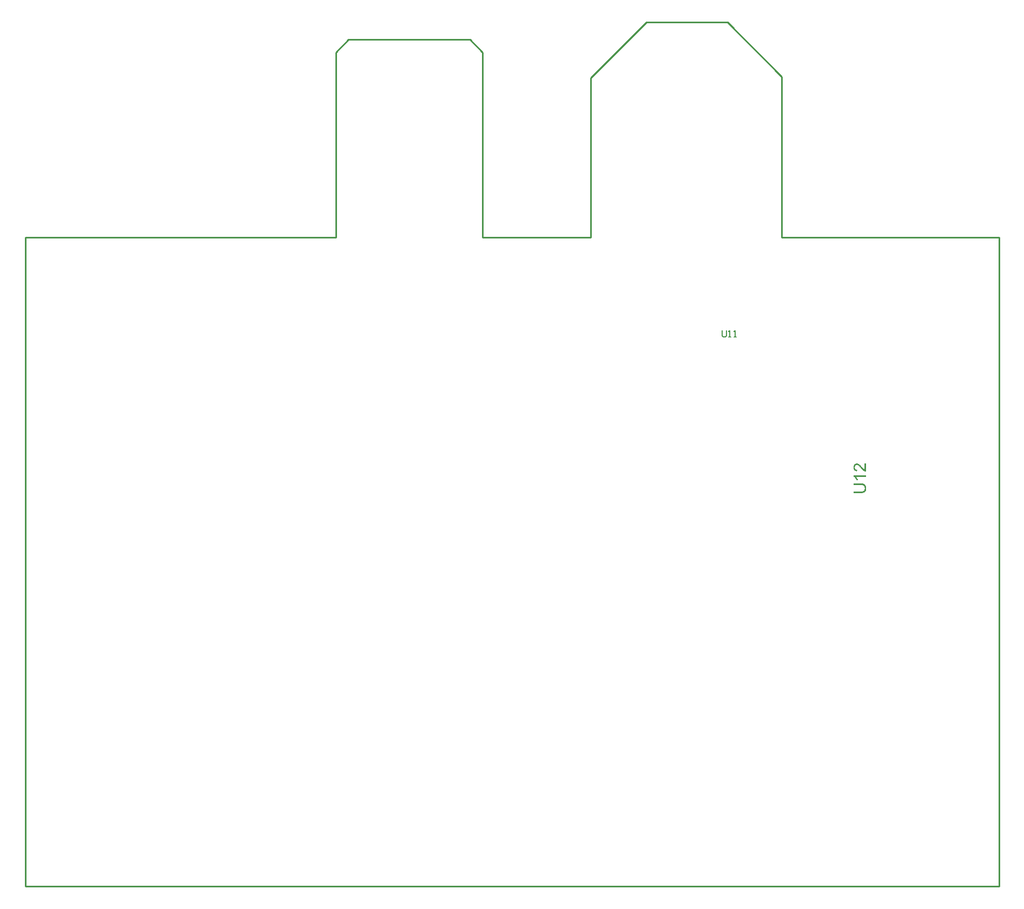
<source format=gm1>
G04*
G04 #@! TF.GenerationSoftware,Altium Limited,Altium Designer,20.0.13 (296)*
G04*
G04 Layer_Color=16711935*
%FSLAX25Y25*%
%MOIN*%
G70*
G01*
G75*
%ADD13C,0.01000*%
%ADD51C,0.00700*%
G36*
X618110Y355718D02*
X618105D01*
X618094D01*
X618077D01*
X618055D01*
X618021D01*
X617988Y355723D01*
X617899Y355729D01*
X617805Y355740D01*
X617694Y355756D01*
X617577Y355784D01*
X617461Y355823D01*
X617455D01*
X617439Y355834D01*
X617411Y355845D01*
X617372Y355862D01*
X617322Y355878D01*
X617267Y355906D01*
X617206Y355940D01*
X617139Y355973D01*
X617061Y356012D01*
X616984Y356062D01*
X616812Y356167D01*
X616628Y356295D01*
X616440Y356445D01*
X616434Y356450D01*
X616418Y356467D01*
X616390Y356489D01*
X616351Y356522D01*
X616301Y356567D01*
X616245Y356622D01*
X616179Y356683D01*
X616107Y356761D01*
X616023Y356844D01*
X615935Y356933D01*
X615840Y357033D01*
X615735Y357144D01*
X615629Y357266D01*
X615518Y357394D01*
X615402Y357532D01*
X615280Y357677D01*
X615274Y357682D01*
X615269Y357693D01*
X615252Y357710D01*
X615235Y357732D01*
X615208Y357760D01*
X615180Y357793D01*
X615108Y357876D01*
X615024Y357982D01*
X614919Y358093D01*
X614808Y358221D01*
X614686Y358354D01*
X614558Y358498D01*
X614425Y358637D01*
X614292Y358781D01*
X614153Y358914D01*
X614020Y359048D01*
X613892Y359164D01*
X613765Y359275D01*
X613648Y359364D01*
X613643Y359369D01*
X613620Y359381D01*
X613587Y359403D01*
X613548Y359436D01*
X613493Y359469D01*
X613432Y359503D01*
X613359Y359547D01*
X613282Y359586D01*
X613199Y359625D01*
X613110Y359669D01*
X612915Y359741D01*
X612816Y359769D01*
X612716Y359791D01*
X612616Y359802D01*
X612516Y359808D01*
X612510D01*
X612488D01*
X612460D01*
X612422Y359802D01*
X612371Y359797D01*
X612316Y359786D01*
X612255Y359775D01*
X612188Y359758D01*
X612116Y359736D01*
X612039Y359708D01*
X611961Y359675D01*
X611883Y359636D01*
X611800Y359592D01*
X611722Y359536D01*
X611645Y359475D01*
X611572Y359403D01*
X611567Y359397D01*
X611556Y359386D01*
X611539Y359364D01*
X611511Y359331D01*
X611483Y359292D01*
X611450Y359242D01*
X611411Y359186D01*
X611378Y359125D01*
X611339Y359053D01*
X611306Y358975D01*
X611273Y358887D01*
X611245Y358798D01*
X611217Y358698D01*
X611201Y358593D01*
X611189Y358482D01*
X611184Y358365D01*
Y358298D01*
X611189Y358254D01*
X611195Y358193D01*
X611206Y358126D01*
X611217Y358054D01*
X611234Y357971D01*
X611256Y357888D01*
X611284Y357799D01*
X611317Y357710D01*
X611356Y357616D01*
X611406Y357527D01*
X611461Y357438D01*
X611522Y357349D01*
X611594Y357272D01*
X611600Y357266D01*
X611611Y357255D01*
X611639Y357233D01*
X611667Y357210D01*
X611711Y357177D01*
X611761Y357144D01*
X611822Y357105D01*
X611889Y357072D01*
X611961Y357033D01*
X612050Y356994D01*
X612138Y356961D01*
X612238Y356927D01*
X612349Y356905D01*
X612466Y356883D01*
X612588Y356872D01*
X612721Y356866D01*
X612621Y355895D01*
X612616D01*
X612610D01*
X612594Y355901D01*
X612571D01*
X612516Y355906D01*
X612444Y355923D01*
X612355Y355940D01*
X612249Y355962D01*
X612133Y355990D01*
X612011Y356023D01*
X611878Y356067D01*
X611744Y356117D01*
X611606Y356178D01*
X611467Y356250D01*
X611334Y356328D01*
X611206Y356422D01*
X611084Y356522D01*
X610973Y356639D01*
X610967Y356644D01*
X610951Y356667D01*
X610917Y356705D01*
X610884Y356755D01*
X610840Y356822D01*
X610790Y356900D01*
X610740Y356994D01*
X610684Y357100D01*
X610634Y357222D01*
X610584Y357349D01*
X610534Y357494D01*
X610490Y357649D01*
X610451Y357816D01*
X610424Y357993D01*
X610407Y358182D01*
X610401Y358382D01*
Y358432D01*
X610407Y358487D01*
X610412Y358565D01*
X610418Y358659D01*
X610435Y358765D01*
X610451Y358887D01*
X610479Y359014D01*
X610512Y359153D01*
X610551Y359292D01*
X610601Y359442D01*
X610662Y359586D01*
X610734Y359730D01*
X610812Y359869D01*
X610906Y360002D01*
X611017Y360130D01*
X611023Y360135D01*
X611045Y360158D01*
X611078Y360191D01*
X611128Y360230D01*
X611184Y360280D01*
X611256Y360335D01*
X611339Y360396D01*
X611434Y360457D01*
X611539Y360513D01*
X611656Y360574D01*
X611783Y360629D01*
X611916Y360679D01*
X612061Y360718D01*
X612211Y360751D01*
X612371Y360774D01*
X612538Y360779D01*
X612544D01*
X612560D01*
X612582D01*
X612616D01*
X612660Y360774D01*
X612705Y360768D01*
X612760Y360763D01*
X612821Y360757D01*
X612960Y360735D01*
X613115Y360701D01*
X613276Y360651D01*
X613443Y360591D01*
X613448D01*
X613465Y360579D01*
X613487Y360568D01*
X613520Y360552D01*
X613559Y360535D01*
X613609Y360507D01*
X613665Y360479D01*
X613726Y360441D01*
X613792Y360402D01*
X613865Y360357D01*
X614025Y360246D01*
X614109Y360185D01*
X614197Y360119D01*
X614286Y360041D01*
X614381Y359963D01*
X614386Y359958D01*
X614403Y359941D01*
X614431Y359919D01*
X614469Y359880D01*
X614519Y359830D01*
X614580Y359769D01*
X614653Y359702D01*
X614736Y359619D01*
X614825Y359525D01*
X614924Y359414D01*
X615035Y359297D01*
X615158Y359164D01*
X615285Y359020D01*
X615424Y358864D01*
X615574Y358692D01*
X615729Y358509D01*
X615735Y358498D01*
X615763Y358470D01*
X615796Y358432D01*
X615846Y358376D01*
X615901Y358304D01*
X615968Y358232D01*
X616040Y358149D01*
X616118Y358060D01*
X616279Y357871D01*
X616362Y357782D01*
X616440Y357693D01*
X616517Y357610D01*
X616584Y357538D01*
X616645Y357471D01*
X616701Y357421D01*
X616712Y357410D01*
X616745Y357383D01*
X616795Y357338D01*
X616856Y357283D01*
X616934Y357222D01*
X617017Y357155D01*
X617111Y357088D01*
X617206Y357027D01*
Y360790D01*
X618110D01*
Y355718D01*
D02*
G37*
G36*
Y352476D02*
X612105D01*
X612111Y352471D01*
X612122Y352460D01*
X612138Y352443D01*
X612161Y352415D01*
X612188Y352382D01*
X612227Y352338D01*
X612266Y352288D01*
X612311Y352238D01*
X612355Y352171D01*
X612410Y352104D01*
X612460Y352032D01*
X612521Y351955D01*
X612577Y351866D01*
X612638Y351777D01*
X612760Y351577D01*
X612766Y351572D01*
X612777Y351555D01*
X612793Y351522D01*
X612810Y351483D01*
X612838Y351438D01*
X612871Y351383D01*
X612904Y351316D01*
X612943Y351250D01*
X613021Y351094D01*
X613099Y350928D01*
X613176Y350756D01*
X613243Y350589D01*
X612333D01*
X612327Y350601D01*
X612316Y350623D01*
X612294Y350667D01*
X612266Y350723D01*
X612233Y350789D01*
X612188Y350872D01*
X612138Y350961D01*
X612083Y351056D01*
X612016Y351161D01*
X611950Y351272D01*
X611794Y351505D01*
X611622Y351744D01*
X611434Y351971D01*
X611428Y351977D01*
X611411Y351999D01*
X611384Y352027D01*
X611345Y352066D01*
X611295Y352116D01*
X611239Y352171D01*
X611173Y352232D01*
X611106Y352299D01*
X611028Y352365D01*
X610945Y352437D01*
X610773Y352576D01*
X610590Y352704D01*
X610496Y352759D01*
X610401Y352809D01*
Y353420D01*
X618110D01*
Y352476D01*
D02*
G37*
G36*
X615058Y348552D02*
X615158D01*
X615269Y348547D01*
X615396Y348536D01*
X615529Y348525D01*
X615674Y348508D01*
X615824Y348492D01*
X616129Y348447D01*
X616284Y348414D01*
X616429Y348380D01*
X616573Y348336D01*
X616706Y348292D01*
X616712Y348286D01*
X616734Y348281D01*
X616773Y348264D01*
X616817Y348242D01*
X616878Y348208D01*
X616945Y348175D01*
X617017Y348131D01*
X617100Y348075D01*
X617189Y348014D01*
X617278Y347948D01*
X617367Y347870D01*
X617461Y347781D01*
X617555Y347687D01*
X617644Y347587D01*
X617733Y347470D01*
X617816Y347348D01*
X617822Y347343D01*
X617833Y347315D01*
X617855Y347276D01*
X617883Y347226D01*
X617916Y347154D01*
X617949Y347076D01*
X617988Y346976D01*
X618027Y346871D01*
X618066Y346743D01*
X618105Y346610D01*
X618138Y346466D01*
X618171Y346305D01*
X618199Y346133D01*
X618221Y345950D01*
X618232Y345761D01*
X618238Y345555D01*
Y345450D01*
X618232Y345378D01*
X618227Y345284D01*
X618216Y345178D01*
X618205Y345056D01*
X618193Y344928D01*
X618171Y344790D01*
X618149Y344645D01*
X618116Y344501D01*
X618083Y344351D01*
X618038Y344207D01*
X617988Y344057D01*
X617933Y343918D01*
X617866Y343785D01*
X617861Y343779D01*
X617849Y343757D01*
X617827Y343719D01*
X617799Y343674D01*
X617761Y343619D01*
X617711Y343552D01*
X617655Y343485D01*
X617594Y343408D01*
X617522Y343330D01*
X617439Y343247D01*
X617355Y343163D01*
X617255Y343086D01*
X617156Y343008D01*
X617039Y342936D01*
X616923Y342869D01*
X616795Y342808D01*
X616784Y342803D01*
X616762Y342797D01*
X616723Y342780D01*
X616667Y342764D01*
X616595Y342742D01*
X616506Y342720D01*
X616406Y342692D01*
X616290Y342664D01*
X616157Y342636D01*
X616012Y342608D01*
X615857Y342586D01*
X615685Y342564D01*
X615502Y342547D01*
X615302Y342531D01*
X615091Y342525D01*
X614869Y342520D01*
X610429D01*
Y343535D01*
X614863D01*
X614875D01*
X614908D01*
X614958D01*
X615024Y343541D01*
X615108D01*
X615202Y343546D01*
X615308Y343552D01*
X615424Y343558D01*
X615541Y343569D01*
X615663Y343580D01*
X615907Y343613D01*
X616023Y343635D01*
X616140Y343657D01*
X616245Y343685D01*
X616340Y343719D01*
X616345D01*
X616362Y343730D01*
X616384Y343741D01*
X616418Y343757D01*
X616456Y343774D01*
X616501Y343802D01*
X616606Y343868D01*
X616723Y343957D01*
X616784Y344007D01*
X616845Y344068D01*
X616906Y344129D01*
X616961Y344201D01*
X617017Y344273D01*
X617067Y344357D01*
Y344362D01*
X617078Y344379D01*
X617089Y344401D01*
X617106Y344440D01*
X617128Y344484D01*
X617150Y344534D01*
X617172Y344595D01*
X617195Y344668D01*
X617217Y344745D01*
X617239Y344829D01*
X617261Y344917D01*
X617283Y345017D01*
X617300Y345123D01*
X617311Y345234D01*
X617317Y345345D01*
X617322Y345467D01*
Y345517D01*
X617317Y345572D01*
Y345650D01*
X617306Y345744D01*
X617294Y345844D01*
X617278Y345961D01*
X617261Y346088D01*
X617233Y346216D01*
X617200Y346349D01*
X617156Y346482D01*
X617111Y346616D01*
X617050Y346743D01*
X616984Y346860D01*
X616906Y346971D01*
X616817Y347065D01*
X616812Y347071D01*
X616795Y347087D01*
X616762Y347110D01*
X616717Y347137D01*
X616656Y347176D01*
X616578Y347215D01*
X616490Y347259D01*
X616379Y347304D01*
X616257Y347348D01*
X616118Y347393D01*
X615957Y347431D01*
X615779Y347470D01*
X615579Y347498D01*
X615363Y347520D01*
X615124Y347537D01*
X614863Y347542D01*
X610429D01*
Y348558D01*
X614869D01*
X614875D01*
X614880D01*
X614897D01*
X614919D01*
X614947D01*
X614980D01*
X615058Y348552D01*
D02*
G37*
D13*
X100000Y100000D02*
Y500000D01*
Y100000D02*
X700000D01*
Y500000D01*
X566142D02*
X700000D01*
X566142D02*
Y599213D01*
X532677Y632677D02*
X566142Y599213D01*
X482677Y632677D02*
X532677D01*
X448425Y598425D02*
X482677Y632677D01*
X448425Y500000D02*
Y598425D01*
X381890Y500000D02*
X448425D01*
X381890D02*
Y614173D01*
X374016Y622047D02*
X381890Y614173D01*
X299213Y622047D02*
X374016D01*
X291339Y614173D02*
X299213Y622047D01*
X291339Y500000D02*
Y614173D01*
X100000Y500000D02*
X291339D01*
D51*
X529433Y442944D02*
Y439611D01*
X530099Y438945D01*
X531432D01*
X532099Y439611D01*
Y442944D01*
X533432Y438945D02*
X534765D01*
X534098D01*
Y442944D01*
X533432Y442277D01*
X536764Y438945D02*
X538097D01*
X537430D01*
Y442944D01*
X536764Y442277D01*
M02*

</source>
